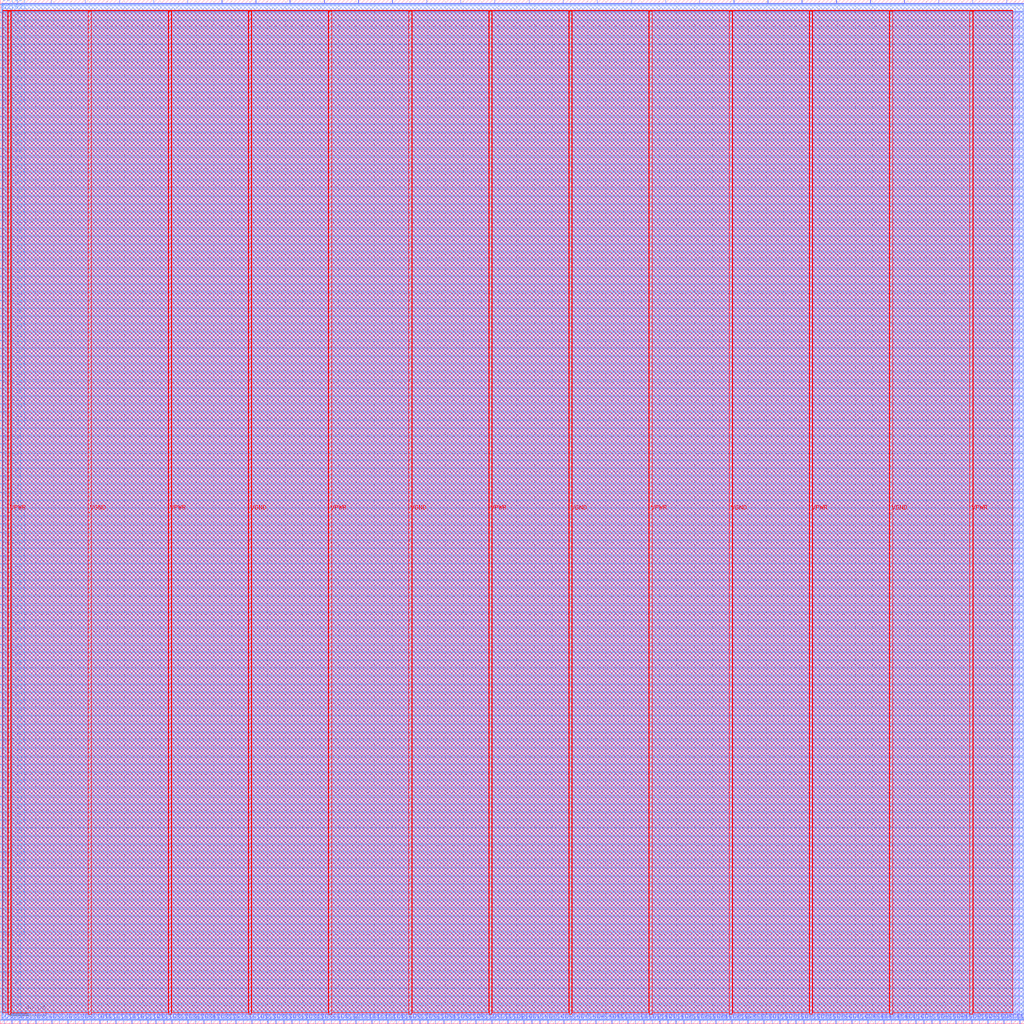
<source format=lef>
VERSION 5.7 ;
  NOWIREEXTENSIONATPIN ON ;
  DIVIDERCHAR "/" ;
  BUSBITCHARS "[]" ;
MACRO Microwatt_FP_DFFRFile
  CLASS BLOCK ;
  FOREIGN Microwatt_FP_DFFRFile ;
  ORIGIN 0.000 0.000 ;
  SIZE 1150.000 BY 1150.000 ;
  PIN CLK
    DIRECTION INPUT ;
    USE SIGNAL ;
    PORT
      LAYER met2 ;
        RECT 18.950 1146.000 19.230 1150.000 ;
    END
  END CLK
  PIN D1[0]
    DIRECTION OUTPUT TRISTATE ;
    USE SIGNAL ;
    PORT
      LAYER met3 ;
        RECT 0.000 4.120 4.000 4.720 ;
    END
  END D1[0]
  PIN D1[10]
    DIRECTION OUTPUT TRISTATE ;
    USE SIGNAL ;
    PORT
      LAYER met3 ;
        RECT 0.000 93.880 4.000 94.480 ;
    END
  END D1[10]
  PIN D1[11]
    DIRECTION OUTPUT TRISTATE ;
    USE SIGNAL ;
    PORT
      LAYER met3 ;
        RECT 0.000 102.720 4.000 103.320 ;
    END
  END D1[11]
  PIN D1[12]
    DIRECTION OUTPUT TRISTATE ;
    USE SIGNAL ;
    PORT
      LAYER met3 ;
        RECT 0.000 111.560 4.000 112.160 ;
    END
  END D1[12]
  PIN D1[13]
    DIRECTION OUTPUT TRISTATE ;
    USE SIGNAL ;
    PORT
      LAYER met3 ;
        RECT 0.000 120.400 4.000 121.000 ;
    END
  END D1[13]
  PIN D1[14]
    DIRECTION OUTPUT TRISTATE ;
    USE SIGNAL ;
    PORT
      LAYER met3 ;
        RECT 0.000 129.240 4.000 129.840 ;
    END
  END D1[14]
  PIN D1[15]
    DIRECTION OUTPUT TRISTATE ;
    USE SIGNAL ;
    PORT
      LAYER met3 ;
        RECT 0.000 138.760 4.000 139.360 ;
    END
  END D1[15]
  PIN D1[16]
    DIRECTION OUTPUT TRISTATE ;
    USE SIGNAL ;
    PORT
      LAYER met3 ;
        RECT 0.000 147.600 4.000 148.200 ;
    END
  END D1[16]
  PIN D1[17]
    DIRECTION OUTPUT TRISTATE ;
    USE SIGNAL ;
    PORT
      LAYER met3 ;
        RECT 0.000 156.440 4.000 157.040 ;
    END
  END D1[17]
  PIN D1[18]
    DIRECTION OUTPUT TRISTATE ;
    USE SIGNAL ;
    PORT
      LAYER met3 ;
        RECT 0.000 165.280 4.000 165.880 ;
    END
  END D1[18]
  PIN D1[19]
    DIRECTION OUTPUT TRISTATE ;
    USE SIGNAL ;
    PORT
      LAYER met3 ;
        RECT 0.000 174.800 4.000 175.400 ;
    END
  END D1[19]
  PIN D1[1]
    DIRECTION OUTPUT TRISTATE ;
    USE SIGNAL ;
    PORT
      LAYER met3 ;
        RECT 0.000 12.960 4.000 13.560 ;
    END
  END D1[1]
  PIN D1[20]
    DIRECTION OUTPUT TRISTATE ;
    USE SIGNAL ;
    PORT
      LAYER met3 ;
        RECT 0.000 183.640 4.000 184.240 ;
    END
  END D1[20]
  PIN D1[21]
    DIRECTION OUTPUT TRISTATE ;
    USE SIGNAL ;
    PORT
      LAYER met3 ;
        RECT 0.000 192.480 4.000 193.080 ;
    END
  END D1[21]
  PIN D1[22]
    DIRECTION OUTPUT TRISTATE ;
    USE SIGNAL ;
    PORT
      LAYER met3 ;
        RECT 0.000 201.320 4.000 201.920 ;
    END
  END D1[22]
  PIN D1[23]
    DIRECTION OUTPUT TRISTATE ;
    USE SIGNAL ;
    PORT
      LAYER met3 ;
        RECT 0.000 210.160 4.000 210.760 ;
    END
  END D1[23]
  PIN D1[24]
    DIRECTION OUTPUT TRISTATE ;
    USE SIGNAL ;
    PORT
      LAYER met3 ;
        RECT 0.000 219.680 4.000 220.280 ;
    END
  END D1[24]
  PIN D1[25]
    DIRECTION OUTPUT TRISTATE ;
    USE SIGNAL ;
    PORT
      LAYER met3 ;
        RECT 0.000 228.520 4.000 229.120 ;
    END
  END D1[25]
  PIN D1[26]
    DIRECTION OUTPUT TRISTATE ;
    USE SIGNAL ;
    PORT
      LAYER met3 ;
        RECT 0.000 237.360 4.000 237.960 ;
    END
  END D1[26]
  PIN D1[27]
    DIRECTION OUTPUT TRISTATE ;
    USE SIGNAL ;
    PORT
      LAYER met3 ;
        RECT 0.000 246.200 4.000 246.800 ;
    END
  END D1[27]
  PIN D1[28]
    DIRECTION OUTPUT TRISTATE ;
    USE SIGNAL ;
    PORT
      LAYER met3 ;
        RECT 0.000 255.040 4.000 255.640 ;
    END
  END D1[28]
  PIN D1[29]
    DIRECTION OUTPUT TRISTATE ;
    USE SIGNAL ;
    PORT
      LAYER met3 ;
        RECT 0.000 264.560 4.000 265.160 ;
    END
  END D1[29]
  PIN D1[2]
    DIRECTION OUTPUT TRISTATE ;
    USE SIGNAL ;
    PORT
      LAYER met3 ;
        RECT 0.000 21.800 4.000 22.400 ;
    END
  END D1[2]
  PIN D1[30]
    DIRECTION OUTPUT TRISTATE ;
    USE SIGNAL ;
    PORT
      LAYER met3 ;
        RECT 0.000 273.400 4.000 274.000 ;
    END
  END D1[30]
  PIN D1[31]
    DIRECTION OUTPUT TRISTATE ;
    USE SIGNAL ;
    PORT
      LAYER met3 ;
        RECT 0.000 282.240 4.000 282.840 ;
    END
  END D1[31]
  PIN D1[32]
    DIRECTION OUTPUT TRISTATE ;
    USE SIGNAL ;
    PORT
      LAYER met3 ;
        RECT 0.000 291.080 4.000 291.680 ;
    END
  END D1[32]
  PIN D1[33]
    DIRECTION OUTPUT TRISTATE ;
    USE SIGNAL ;
    PORT
      LAYER met3 ;
        RECT 0.000 299.920 4.000 300.520 ;
    END
  END D1[33]
  PIN D1[34]
    DIRECTION OUTPUT TRISTATE ;
    USE SIGNAL ;
    PORT
      LAYER met3 ;
        RECT 0.000 309.440 4.000 310.040 ;
    END
  END D1[34]
  PIN D1[35]
    DIRECTION OUTPUT TRISTATE ;
    USE SIGNAL ;
    PORT
      LAYER met3 ;
        RECT 0.000 318.280 4.000 318.880 ;
    END
  END D1[35]
  PIN D1[36]
    DIRECTION OUTPUT TRISTATE ;
    USE SIGNAL ;
    PORT
      LAYER met3 ;
        RECT 0.000 327.120 4.000 327.720 ;
    END
  END D1[36]
  PIN D1[37]
    DIRECTION OUTPUT TRISTATE ;
    USE SIGNAL ;
    PORT
      LAYER met3 ;
        RECT 0.000 335.960 4.000 336.560 ;
    END
  END D1[37]
  PIN D1[38]
    DIRECTION OUTPUT TRISTATE ;
    USE SIGNAL ;
    PORT
      LAYER met3 ;
        RECT 0.000 345.480 4.000 346.080 ;
    END
  END D1[38]
  PIN D1[39]
    DIRECTION OUTPUT TRISTATE ;
    USE SIGNAL ;
    PORT
      LAYER met3 ;
        RECT 0.000 354.320 4.000 354.920 ;
    END
  END D1[39]
  PIN D1[3]
    DIRECTION OUTPUT TRISTATE ;
    USE SIGNAL ;
    PORT
      LAYER met3 ;
        RECT 0.000 30.640 4.000 31.240 ;
    END
  END D1[3]
  PIN D1[40]
    DIRECTION OUTPUT TRISTATE ;
    USE SIGNAL ;
    PORT
      LAYER met3 ;
        RECT 0.000 363.160 4.000 363.760 ;
    END
  END D1[40]
  PIN D1[41]
    DIRECTION OUTPUT TRISTATE ;
    USE SIGNAL ;
    PORT
      LAYER met3 ;
        RECT 0.000 372.000 4.000 372.600 ;
    END
  END D1[41]
  PIN D1[42]
    DIRECTION OUTPUT TRISTATE ;
    USE SIGNAL ;
    PORT
      LAYER met3 ;
        RECT 0.000 380.840 4.000 381.440 ;
    END
  END D1[42]
  PIN D1[43]
    DIRECTION OUTPUT TRISTATE ;
    USE SIGNAL ;
    PORT
      LAYER met3 ;
        RECT 0.000 390.360 4.000 390.960 ;
    END
  END D1[43]
  PIN D1[44]
    DIRECTION OUTPUT TRISTATE ;
    USE SIGNAL ;
    PORT
      LAYER met3 ;
        RECT 0.000 399.200 4.000 399.800 ;
    END
  END D1[44]
  PIN D1[45]
    DIRECTION OUTPUT TRISTATE ;
    USE SIGNAL ;
    PORT
      LAYER met3 ;
        RECT 0.000 408.040 4.000 408.640 ;
    END
  END D1[45]
  PIN D1[46]
    DIRECTION OUTPUT TRISTATE ;
    USE SIGNAL ;
    PORT
      LAYER met3 ;
        RECT 0.000 416.880 4.000 417.480 ;
    END
  END D1[46]
  PIN D1[47]
    DIRECTION OUTPUT TRISTATE ;
    USE SIGNAL ;
    PORT
      LAYER met3 ;
        RECT 0.000 425.720 4.000 426.320 ;
    END
  END D1[47]
  PIN D1[48]
    DIRECTION OUTPUT TRISTATE ;
    USE SIGNAL ;
    PORT
      LAYER met3 ;
        RECT 0.000 435.240 4.000 435.840 ;
    END
  END D1[48]
  PIN D1[49]
    DIRECTION OUTPUT TRISTATE ;
    USE SIGNAL ;
    PORT
      LAYER met3 ;
        RECT 0.000 444.080 4.000 444.680 ;
    END
  END D1[49]
  PIN D1[4]
    DIRECTION OUTPUT TRISTATE ;
    USE SIGNAL ;
    PORT
      LAYER met3 ;
        RECT 0.000 39.480 4.000 40.080 ;
    END
  END D1[4]
  PIN D1[50]
    DIRECTION OUTPUT TRISTATE ;
    USE SIGNAL ;
    PORT
      LAYER met3 ;
        RECT 0.000 452.920 4.000 453.520 ;
    END
  END D1[50]
  PIN D1[51]
    DIRECTION OUTPUT TRISTATE ;
    USE SIGNAL ;
    PORT
      LAYER met3 ;
        RECT 0.000 461.760 4.000 462.360 ;
    END
  END D1[51]
  PIN D1[52]
    DIRECTION OUTPUT TRISTATE ;
    USE SIGNAL ;
    PORT
      LAYER met3 ;
        RECT 0.000 470.600 4.000 471.200 ;
    END
  END D1[52]
  PIN D1[53]
    DIRECTION OUTPUT TRISTATE ;
    USE SIGNAL ;
    PORT
      LAYER met3 ;
        RECT 0.000 480.120 4.000 480.720 ;
    END
  END D1[53]
  PIN D1[54]
    DIRECTION OUTPUT TRISTATE ;
    USE SIGNAL ;
    PORT
      LAYER met3 ;
        RECT 0.000 488.960 4.000 489.560 ;
    END
  END D1[54]
  PIN D1[55]
    DIRECTION OUTPUT TRISTATE ;
    USE SIGNAL ;
    PORT
      LAYER met3 ;
        RECT 0.000 497.800 4.000 498.400 ;
    END
  END D1[55]
  PIN D1[56]
    DIRECTION OUTPUT TRISTATE ;
    USE SIGNAL ;
    PORT
      LAYER met3 ;
        RECT 0.000 506.640 4.000 507.240 ;
    END
  END D1[56]
  PIN D1[57]
    DIRECTION OUTPUT TRISTATE ;
    USE SIGNAL ;
    PORT
      LAYER met3 ;
        RECT 0.000 516.160 4.000 516.760 ;
    END
  END D1[57]
  PIN D1[58]
    DIRECTION OUTPUT TRISTATE ;
    USE SIGNAL ;
    PORT
      LAYER met3 ;
        RECT 0.000 525.000 4.000 525.600 ;
    END
  END D1[58]
  PIN D1[59]
    DIRECTION OUTPUT TRISTATE ;
    USE SIGNAL ;
    PORT
      LAYER met3 ;
        RECT 0.000 533.840 4.000 534.440 ;
    END
  END D1[59]
  PIN D1[5]
    DIRECTION OUTPUT TRISTATE ;
    USE SIGNAL ;
    PORT
      LAYER met3 ;
        RECT 0.000 49.000 4.000 49.600 ;
    END
  END D1[5]
  PIN D1[60]
    DIRECTION OUTPUT TRISTATE ;
    USE SIGNAL ;
    PORT
      LAYER met3 ;
        RECT 0.000 542.680 4.000 543.280 ;
    END
  END D1[60]
  PIN D1[61]
    DIRECTION OUTPUT TRISTATE ;
    USE SIGNAL ;
    PORT
      LAYER met3 ;
        RECT 0.000 551.520 4.000 552.120 ;
    END
  END D1[61]
  PIN D1[62]
    DIRECTION OUTPUT TRISTATE ;
    USE SIGNAL ;
    PORT
      LAYER met3 ;
        RECT 0.000 561.040 4.000 561.640 ;
    END
  END D1[62]
  PIN D1[63]
    DIRECTION OUTPUT TRISTATE ;
    USE SIGNAL ;
    PORT
      LAYER met3 ;
        RECT 0.000 569.880 4.000 570.480 ;
    END
  END D1[63]
  PIN D1[6]
    DIRECTION OUTPUT TRISTATE ;
    USE SIGNAL ;
    PORT
      LAYER met3 ;
        RECT 0.000 57.840 4.000 58.440 ;
    END
  END D1[6]
  PIN D1[7]
    DIRECTION OUTPUT TRISTATE ;
    USE SIGNAL ;
    PORT
      LAYER met3 ;
        RECT 0.000 66.680 4.000 67.280 ;
    END
  END D1[7]
  PIN D1[8]
    DIRECTION OUTPUT TRISTATE ;
    USE SIGNAL ;
    PORT
      LAYER met3 ;
        RECT 0.000 75.520 4.000 76.120 ;
    END
  END D1[8]
  PIN D1[9]
    DIRECTION OUTPUT TRISTATE ;
    USE SIGNAL ;
    PORT
      LAYER met3 ;
        RECT 0.000 84.360 4.000 84.960 ;
    END
  END D1[9]
  PIN D2[0]
    DIRECTION OUTPUT TRISTATE ;
    USE SIGNAL ;
    PORT
      LAYER met3 ;
        RECT 0.000 578.720 4.000 579.320 ;
    END
  END D2[0]
  PIN D2[10]
    DIRECTION OUTPUT TRISTATE ;
    USE SIGNAL ;
    PORT
      LAYER met3 ;
        RECT 0.000 668.480 4.000 669.080 ;
    END
  END D2[10]
  PIN D2[11]
    DIRECTION OUTPUT TRISTATE ;
    USE SIGNAL ;
    PORT
      LAYER met3 ;
        RECT 0.000 677.320 4.000 677.920 ;
    END
  END D2[11]
  PIN D2[12]
    DIRECTION OUTPUT TRISTATE ;
    USE SIGNAL ;
    PORT
      LAYER met3 ;
        RECT 0.000 686.840 4.000 687.440 ;
    END
  END D2[12]
  PIN D2[13]
    DIRECTION OUTPUT TRISTATE ;
    USE SIGNAL ;
    PORT
      LAYER met3 ;
        RECT 0.000 695.680 4.000 696.280 ;
    END
  END D2[13]
  PIN D2[14]
    DIRECTION OUTPUT TRISTATE ;
    USE SIGNAL ;
    PORT
      LAYER met3 ;
        RECT 0.000 704.520 4.000 705.120 ;
    END
  END D2[14]
  PIN D2[15]
    DIRECTION OUTPUT TRISTATE ;
    USE SIGNAL ;
    PORT
      LAYER met3 ;
        RECT 0.000 713.360 4.000 713.960 ;
    END
  END D2[15]
  PIN D2[16]
    DIRECTION OUTPUT TRISTATE ;
    USE SIGNAL ;
    PORT
      LAYER met3 ;
        RECT 0.000 722.200 4.000 722.800 ;
    END
  END D2[16]
  PIN D2[17]
    DIRECTION OUTPUT TRISTATE ;
    USE SIGNAL ;
    PORT
      LAYER met3 ;
        RECT 0.000 731.720 4.000 732.320 ;
    END
  END D2[17]
  PIN D2[18]
    DIRECTION OUTPUT TRISTATE ;
    USE SIGNAL ;
    PORT
      LAYER met3 ;
        RECT 0.000 740.560 4.000 741.160 ;
    END
  END D2[18]
  PIN D2[19]
    DIRECTION OUTPUT TRISTATE ;
    USE SIGNAL ;
    PORT
      LAYER met3 ;
        RECT 0.000 749.400 4.000 750.000 ;
    END
  END D2[19]
  PIN D2[1]
    DIRECTION OUTPUT TRISTATE ;
    USE SIGNAL ;
    PORT
      LAYER met3 ;
        RECT 0.000 587.560 4.000 588.160 ;
    END
  END D2[1]
  PIN D2[20]
    DIRECTION OUTPUT TRISTATE ;
    USE SIGNAL ;
    PORT
      LAYER met3 ;
        RECT 0.000 758.240 4.000 758.840 ;
    END
  END D2[20]
  PIN D2[21]
    DIRECTION OUTPUT TRISTATE ;
    USE SIGNAL ;
    PORT
      LAYER met3 ;
        RECT 0.000 767.080 4.000 767.680 ;
    END
  END D2[21]
  PIN D2[22]
    DIRECTION OUTPUT TRISTATE ;
    USE SIGNAL ;
    PORT
      LAYER met3 ;
        RECT 0.000 776.600 4.000 777.200 ;
    END
  END D2[22]
  PIN D2[23]
    DIRECTION OUTPUT TRISTATE ;
    USE SIGNAL ;
    PORT
      LAYER met3 ;
        RECT 0.000 785.440 4.000 786.040 ;
    END
  END D2[23]
  PIN D2[24]
    DIRECTION OUTPUT TRISTATE ;
    USE SIGNAL ;
    PORT
      LAYER met3 ;
        RECT 0.000 794.280 4.000 794.880 ;
    END
  END D2[24]
  PIN D2[25]
    DIRECTION OUTPUT TRISTATE ;
    USE SIGNAL ;
    PORT
      LAYER met3 ;
        RECT 0.000 803.120 4.000 803.720 ;
    END
  END D2[25]
  PIN D2[26]
    DIRECTION OUTPUT TRISTATE ;
    USE SIGNAL ;
    PORT
      LAYER met3 ;
        RECT 0.000 811.960 4.000 812.560 ;
    END
  END D2[26]
  PIN D2[27]
    DIRECTION OUTPUT TRISTATE ;
    USE SIGNAL ;
    PORT
      LAYER met3 ;
        RECT 0.000 821.480 4.000 822.080 ;
    END
  END D2[27]
  PIN D2[28]
    DIRECTION OUTPUT TRISTATE ;
    USE SIGNAL ;
    PORT
      LAYER met3 ;
        RECT 0.000 830.320 4.000 830.920 ;
    END
  END D2[28]
  PIN D2[29]
    DIRECTION OUTPUT TRISTATE ;
    USE SIGNAL ;
    PORT
      LAYER met3 ;
        RECT 0.000 839.160 4.000 839.760 ;
    END
  END D2[29]
  PIN D2[2]
    DIRECTION OUTPUT TRISTATE ;
    USE SIGNAL ;
    PORT
      LAYER met3 ;
        RECT 0.000 596.400 4.000 597.000 ;
    END
  END D2[2]
  PIN D2[30]
    DIRECTION OUTPUT TRISTATE ;
    USE SIGNAL ;
    PORT
      LAYER met3 ;
        RECT 0.000 848.000 4.000 848.600 ;
    END
  END D2[30]
  PIN D2[31]
    DIRECTION OUTPUT TRISTATE ;
    USE SIGNAL ;
    PORT
      LAYER met3 ;
        RECT 0.000 857.520 4.000 858.120 ;
    END
  END D2[31]
  PIN D2[32]
    DIRECTION OUTPUT TRISTATE ;
    USE SIGNAL ;
    PORT
      LAYER met3 ;
        RECT 0.000 866.360 4.000 866.960 ;
    END
  END D2[32]
  PIN D2[33]
    DIRECTION OUTPUT TRISTATE ;
    USE SIGNAL ;
    PORT
      LAYER met3 ;
        RECT 0.000 875.200 4.000 875.800 ;
    END
  END D2[33]
  PIN D2[34]
    DIRECTION OUTPUT TRISTATE ;
    USE SIGNAL ;
    PORT
      LAYER met3 ;
        RECT 0.000 884.040 4.000 884.640 ;
    END
  END D2[34]
  PIN D2[35]
    DIRECTION OUTPUT TRISTATE ;
    USE SIGNAL ;
    PORT
      LAYER met3 ;
        RECT 0.000 892.880 4.000 893.480 ;
    END
  END D2[35]
  PIN D2[36]
    DIRECTION OUTPUT TRISTATE ;
    USE SIGNAL ;
    PORT
      LAYER met3 ;
        RECT 0.000 902.400 4.000 903.000 ;
    END
  END D2[36]
  PIN D2[37]
    DIRECTION OUTPUT TRISTATE ;
    USE SIGNAL ;
    PORT
      LAYER met3 ;
        RECT 0.000 911.240 4.000 911.840 ;
    END
  END D2[37]
  PIN D2[38]
    DIRECTION OUTPUT TRISTATE ;
    USE SIGNAL ;
    PORT
      LAYER met3 ;
        RECT 0.000 920.080 4.000 920.680 ;
    END
  END D2[38]
  PIN D2[39]
    DIRECTION OUTPUT TRISTATE ;
    USE SIGNAL ;
    PORT
      LAYER met3 ;
        RECT 0.000 928.920 4.000 929.520 ;
    END
  END D2[39]
  PIN D2[3]
    DIRECTION OUTPUT TRISTATE ;
    USE SIGNAL ;
    PORT
      LAYER met3 ;
        RECT 0.000 605.920 4.000 606.520 ;
    END
  END D2[3]
  PIN D2[40]
    DIRECTION OUTPUT TRISTATE ;
    USE SIGNAL ;
    PORT
      LAYER met3 ;
        RECT 0.000 937.760 4.000 938.360 ;
    END
  END D2[40]
  PIN D2[41]
    DIRECTION OUTPUT TRISTATE ;
    USE SIGNAL ;
    PORT
      LAYER met3 ;
        RECT 0.000 947.280 4.000 947.880 ;
    END
  END D2[41]
  PIN D2[42]
    DIRECTION OUTPUT TRISTATE ;
    USE SIGNAL ;
    PORT
      LAYER met3 ;
        RECT 0.000 956.120 4.000 956.720 ;
    END
  END D2[42]
  PIN D2[43]
    DIRECTION OUTPUT TRISTATE ;
    USE SIGNAL ;
    PORT
      LAYER met3 ;
        RECT 0.000 964.960 4.000 965.560 ;
    END
  END D2[43]
  PIN D2[44]
    DIRECTION OUTPUT TRISTATE ;
    USE SIGNAL ;
    PORT
      LAYER met3 ;
        RECT 0.000 973.800 4.000 974.400 ;
    END
  END D2[44]
  PIN D2[45]
    DIRECTION OUTPUT TRISTATE ;
    USE SIGNAL ;
    PORT
      LAYER met3 ;
        RECT 0.000 982.640 4.000 983.240 ;
    END
  END D2[45]
  PIN D2[46]
    DIRECTION OUTPUT TRISTATE ;
    USE SIGNAL ;
    PORT
      LAYER met3 ;
        RECT 0.000 992.160 4.000 992.760 ;
    END
  END D2[46]
  PIN D2[47]
    DIRECTION OUTPUT TRISTATE ;
    USE SIGNAL ;
    PORT
      LAYER met3 ;
        RECT 0.000 1001.000 4.000 1001.600 ;
    END
  END D2[47]
  PIN D2[48]
    DIRECTION OUTPUT TRISTATE ;
    USE SIGNAL ;
    PORT
      LAYER met3 ;
        RECT 0.000 1009.840 4.000 1010.440 ;
    END
  END D2[48]
  PIN D2[49]
    DIRECTION OUTPUT TRISTATE ;
    USE SIGNAL ;
    PORT
      LAYER met3 ;
        RECT 0.000 1018.680 4.000 1019.280 ;
    END
  END D2[49]
  PIN D2[4]
    DIRECTION OUTPUT TRISTATE ;
    USE SIGNAL ;
    PORT
      LAYER met3 ;
        RECT 0.000 614.760 4.000 615.360 ;
    END
  END D2[4]
  PIN D2[50]
    DIRECTION OUTPUT TRISTATE ;
    USE SIGNAL ;
    PORT
      LAYER met3 ;
        RECT 0.000 1028.200 4.000 1028.800 ;
    END
  END D2[50]
  PIN D2[51]
    DIRECTION OUTPUT TRISTATE ;
    USE SIGNAL ;
    PORT
      LAYER met3 ;
        RECT 0.000 1037.040 4.000 1037.640 ;
    END
  END D2[51]
  PIN D2[52]
    DIRECTION OUTPUT TRISTATE ;
    USE SIGNAL ;
    PORT
      LAYER met3 ;
        RECT 0.000 1045.880 4.000 1046.480 ;
    END
  END D2[52]
  PIN D2[53]
    DIRECTION OUTPUT TRISTATE ;
    USE SIGNAL ;
    PORT
      LAYER met3 ;
        RECT 0.000 1054.720 4.000 1055.320 ;
    END
  END D2[53]
  PIN D2[54]
    DIRECTION OUTPUT TRISTATE ;
    USE SIGNAL ;
    PORT
      LAYER met3 ;
        RECT 0.000 1063.560 4.000 1064.160 ;
    END
  END D2[54]
  PIN D2[55]
    DIRECTION OUTPUT TRISTATE ;
    USE SIGNAL ;
    PORT
      LAYER met3 ;
        RECT 0.000 1073.080 4.000 1073.680 ;
    END
  END D2[55]
  PIN D2[56]
    DIRECTION OUTPUT TRISTATE ;
    USE SIGNAL ;
    PORT
      LAYER met3 ;
        RECT 0.000 1081.920 4.000 1082.520 ;
    END
  END D2[56]
  PIN D2[57]
    DIRECTION OUTPUT TRISTATE ;
    USE SIGNAL ;
    PORT
      LAYER met3 ;
        RECT 0.000 1090.760 4.000 1091.360 ;
    END
  END D2[57]
  PIN D2[58]
    DIRECTION OUTPUT TRISTATE ;
    USE SIGNAL ;
    PORT
      LAYER met3 ;
        RECT 0.000 1099.600 4.000 1100.200 ;
    END
  END D2[58]
  PIN D2[59]
    DIRECTION OUTPUT TRISTATE ;
    USE SIGNAL ;
    PORT
      LAYER met3 ;
        RECT 0.000 1108.440 4.000 1109.040 ;
    END
  END D2[59]
  PIN D2[5]
    DIRECTION OUTPUT TRISTATE ;
    USE SIGNAL ;
    PORT
      LAYER met3 ;
        RECT 0.000 623.600 4.000 624.200 ;
    END
  END D2[5]
  PIN D2[60]
    DIRECTION OUTPUT TRISTATE ;
    USE SIGNAL ;
    PORT
      LAYER met3 ;
        RECT 0.000 1117.960 4.000 1118.560 ;
    END
  END D2[60]
  PIN D2[61]
    DIRECTION OUTPUT TRISTATE ;
    USE SIGNAL ;
    PORT
      LAYER met3 ;
        RECT 0.000 1126.800 4.000 1127.400 ;
    END
  END D2[61]
  PIN D2[62]
    DIRECTION OUTPUT TRISTATE ;
    USE SIGNAL ;
    PORT
      LAYER met3 ;
        RECT 0.000 1135.640 4.000 1136.240 ;
    END
  END D2[62]
  PIN D2[63]
    DIRECTION OUTPUT TRISTATE ;
    USE SIGNAL ;
    PORT
      LAYER met3 ;
        RECT 0.000 1144.480 4.000 1145.080 ;
    END
  END D2[63]
  PIN D2[6]
    DIRECTION OUTPUT TRISTATE ;
    USE SIGNAL ;
    PORT
      LAYER met3 ;
        RECT 0.000 632.440 4.000 633.040 ;
    END
  END D2[6]
  PIN D2[7]
    DIRECTION OUTPUT TRISTATE ;
    USE SIGNAL ;
    PORT
      LAYER met3 ;
        RECT 0.000 641.280 4.000 641.880 ;
    END
  END D2[7]
  PIN D2[8]
    DIRECTION OUTPUT TRISTATE ;
    USE SIGNAL ;
    PORT
      LAYER met3 ;
        RECT 0.000 650.800 4.000 651.400 ;
    END
  END D2[8]
  PIN D2[9]
    DIRECTION OUTPUT TRISTATE ;
    USE SIGNAL ;
    PORT
      LAYER met3 ;
        RECT 0.000 659.640 4.000 660.240 ;
    END
  END D2[9]
  PIN D3[0]
    DIRECTION OUTPUT TRISTATE ;
    USE SIGNAL ;
    PORT
      LAYER met2 ;
        RECT 4.230 0.000 4.510 4.000 ;
    END
  END D3[0]
  PIN D3[10]
    DIRECTION OUTPUT TRISTATE ;
    USE SIGNAL ;
    PORT
      LAYER met2 ;
        RECT 93.930 0.000 94.210 4.000 ;
    END
  END D3[10]
  PIN D3[11]
    DIRECTION OUTPUT TRISTATE ;
    USE SIGNAL ;
    PORT
      LAYER met2 ;
        RECT 102.670 0.000 102.950 4.000 ;
    END
  END D3[11]
  PIN D3[12]
    DIRECTION OUTPUT TRISTATE ;
    USE SIGNAL ;
    PORT
      LAYER met2 ;
        RECT 111.870 0.000 112.150 4.000 ;
    END
  END D3[12]
  PIN D3[13]
    DIRECTION OUTPUT TRISTATE ;
    USE SIGNAL ;
    PORT
      LAYER met2 ;
        RECT 120.610 0.000 120.890 4.000 ;
    END
  END D3[13]
  PIN D3[14]
    DIRECTION OUTPUT TRISTATE ;
    USE SIGNAL ;
    PORT
      LAYER met2 ;
        RECT 129.810 0.000 130.090 4.000 ;
    END
  END D3[14]
  PIN D3[15]
    DIRECTION OUTPUT TRISTATE ;
    USE SIGNAL ;
    PORT
      LAYER met2 ;
        RECT 138.550 0.000 138.830 4.000 ;
    END
  END D3[15]
  PIN D3[16]
    DIRECTION OUTPUT TRISTATE ;
    USE SIGNAL ;
    PORT
      LAYER met2 ;
        RECT 147.750 0.000 148.030 4.000 ;
    END
  END D3[16]
  PIN D3[17]
    DIRECTION OUTPUT TRISTATE ;
    USE SIGNAL ;
    PORT
      LAYER met2 ;
        RECT 156.950 0.000 157.230 4.000 ;
    END
  END D3[17]
  PIN D3[18]
    DIRECTION OUTPUT TRISTATE ;
    USE SIGNAL ;
    PORT
      LAYER met2 ;
        RECT 165.690 0.000 165.970 4.000 ;
    END
  END D3[18]
  PIN D3[19]
    DIRECTION OUTPUT TRISTATE ;
    USE SIGNAL ;
    PORT
      LAYER met2 ;
        RECT 174.890 0.000 175.170 4.000 ;
    END
  END D3[19]
  PIN D3[1]
    DIRECTION OUTPUT TRISTATE ;
    USE SIGNAL ;
    PORT
      LAYER met2 ;
        RECT 12.970 0.000 13.250 4.000 ;
    END
  END D3[1]
  PIN D3[20]
    DIRECTION OUTPUT TRISTATE ;
    USE SIGNAL ;
    PORT
      LAYER met2 ;
        RECT 183.630 0.000 183.910 4.000 ;
    END
  END D3[20]
  PIN D3[21]
    DIRECTION OUTPUT TRISTATE ;
    USE SIGNAL ;
    PORT
      LAYER met2 ;
        RECT 192.830 0.000 193.110 4.000 ;
    END
  END D3[21]
  PIN D3[22]
    DIRECTION OUTPUT TRISTATE ;
    USE SIGNAL ;
    PORT
      LAYER met2 ;
        RECT 201.570 0.000 201.850 4.000 ;
    END
  END D3[22]
  PIN D3[23]
    DIRECTION OUTPUT TRISTATE ;
    USE SIGNAL ;
    PORT
      LAYER met2 ;
        RECT 210.770 0.000 211.050 4.000 ;
    END
  END D3[23]
  PIN D3[24]
    DIRECTION OUTPUT TRISTATE ;
    USE SIGNAL ;
    PORT
      LAYER met2 ;
        RECT 219.510 0.000 219.790 4.000 ;
    END
  END D3[24]
  PIN D3[25]
    DIRECTION OUTPUT TRISTATE ;
    USE SIGNAL ;
    PORT
      LAYER met2 ;
        RECT 228.710 0.000 228.990 4.000 ;
    END
  END D3[25]
  PIN D3[26]
    DIRECTION OUTPUT TRISTATE ;
    USE SIGNAL ;
    PORT
      LAYER met2 ;
        RECT 237.450 0.000 237.730 4.000 ;
    END
  END D3[26]
  PIN D3[27]
    DIRECTION OUTPUT TRISTATE ;
    USE SIGNAL ;
    PORT
      LAYER met2 ;
        RECT 246.650 0.000 246.930 4.000 ;
    END
  END D3[27]
  PIN D3[28]
    DIRECTION OUTPUT TRISTATE ;
    USE SIGNAL ;
    PORT
      LAYER met2 ;
        RECT 255.390 0.000 255.670 4.000 ;
    END
  END D3[28]
  PIN D3[29]
    DIRECTION OUTPUT TRISTATE ;
    USE SIGNAL ;
    PORT
      LAYER met2 ;
        RECT 264.590 0.000 264.870 4.000 ;
    END
  END D3[29]
  PIN D3[2]
    DIRECTION OUTPUT TRISTATE ;
    USE SIGNAL ;
    PORT
      LAYER met2 ;
        RECT 22.170 0.000 22.450 4.000 ;
    END
  END D3[2]
  PIN D3[30]
    DIRECTION OUTPUT TRISTATE ;
    USE SIGNAL ;
    PORT
      LAYER met2 ;
        RECT 273.330 0.000 273.610 4.000 ;
    END
  END D3[30]
  PIN D3[31]
    DIRECTION OUTPUT TRISTATE ;
    USE SIGNAL ;
    PORT
      LAYER met2 ;
        RECT 282.530 0.000 282.810 4.000 ;
    END
  END D3[31]
  PIN D3[32]
    DIRECTION OUTPUT TRISTATE ;
    USE SIGNAL ;
    PORT
      LAYER met2 ;
        RECT 291.730 0.000 292.010 4.000 ;
    END
  END D3[32]
  PIN D3[33]
    DIRECTION OUTPUT TRISTATE ;
    USE SIGNAL ;
    PORT
      LAYER met2 ;
        RECT 300.470 0.000 300.750 4.000 ;
    END
  END D3[33]
  PIN D3[34]
    DIRECTION OUTPUT TRISTATE ;
    USE SIGNAL ;
    PORT
      LAYER met2 ;
        RECT 309.670 0.000 309.950 4.000 ;
    END
  END D3[34]
  PIN D3[35]
    DIRECTION OUTPUT TRISTATE ;
    USE SIGNAL ;
    PORT
      LAYER met2 ;
        RECT 318.410 0.000 318.690 4.000 ;
    END
  END D3[35]
  PIN D3[36]
    DIRECTION OUTPUT TRISTATE ;
    USE SIGNAL ;
    PORT
      LAYER met2 ;
        RECT 327.610 0.000 327.890 4.000 ;
    END
  END D3[36]
  PIN D3[37]
    DIRECTION OUTPUT TRISTATE ;
    USE SIGNAL ;
    PORT
      LAYER met2 ;
        RECT 336.350 0.000 336.630 4.000 ;
    END
  END D3[37]
  PIN D3[38]
    DIRECTION OUTPUT TRISTATE ;
    USE SIGNAL ;
    PORT
      LAYER met2 ;
        RECT 345.550 0.000 345.830 4.000 ;
    END
  END D3[38]
  PIN D3[39]
    DIRECTION OUTPUT TRISTATE ;
    USE SIGNAL ;
    PORT
      LAYER met2 ;
        RECT 354.290 0.000 354.570 4.000 ;
    END
  END D3[39]
  PIN D3[3]
    DIRECTION OUTPUT TRISTATE ;
    USE SIGNAL ;
    PORT
      LAYER met2 ;
        RECT 30.910 0.000 31.190 4.000 ;
    END
  END D3[3]
  PIN D3[40]
    DIRECTION OUTPUT TRISTATE ;
    USE SIGNAL ;
    PORT
      LAYER met2 ;
        RECT 363.490 0.000 363.770 4.000 ;
    END
  END D3[40]
  PIN D3[41]
    DIRECTION OUTPUT TRISTATE ;
    USE SIGNAL ;
    PORT
      LAYER met2 ;
        RECT 372.230 0.000 372.510 4.000 ;
    END
  END D3[41]
  PIN D3[42]
    DIRECTION OUTPUT TRISTATE ;
    USE SIGNAL ;
    PORT
      LAYER met2 ;
        RECT 381.430 0.000 381.710 4.000 ;
    END
  END D3[42]
  PIN D3[43]
    DIRECTION OUTPUT TRISTATE ;
    USE SIGNAL ;
    PORT
      LAYER met2 ;
        RECT 390.170 0.000 390.450 4.000 ;
    END
  END D3[43]
  PIN D3[44]
    DIRECTION OUTPUT TRISTATE ;
    USE SIGNAL ;
    PORT
      LAYER met2 ;
        RECT 399.370 0.000 399.650 4.000 ;
    END
  END D3[44]
  PIN D3[45]
    DIRECTION OUTPUT TRISTATE ;
    USE SIGNAL ;
    PORT
      LAYER met2 ;
        RECT 408.110 0.000 408.390 4.000 ;
    END
  END D3[45]
  PIN D3[46]
    DIRECTION OUTPUT TRISTATE ;
    USE SIGNAL ;
    PORT
      LAYER met2 ;
        RECT 417.310 0.000 417.590 4.000 ;
    END
  END D3[46]
  PIN D3[47]
    DIRECTION OUTPUT TRISTATE ;
    USE SIGNAL ;
    PORT
      LAYER met2 ;
        RECT 426.050 0.000 426.330 4.000 ;
    END
  END D3[47]
  PIN D3[48]
    DIRECTION OUTPUT TRISTATE ;
    USE SIGNAL ;
    PORT
      LAYER met2 ;
        RECT 435.250 0.000 435.530 4.000 ;
    END
  END D3[48]
  PIN D3[49]
    DIRECTION OUTPUT TRISTATE ;
    USE SIGNAL ;
    PORT
      LAYER met2 ;
        RECT 444.450 0.000 444.730 4.000 ;
    END
  END D3[49]
  PIN D3[4]
    DIRECTION OUTPUT TRISTATE ;
    USE SIGNAL ;
    PORT
      LAYER met2 ;
        RECT 40.110 0.000 40.390 4.000 ;
    END
  END D3[4]
  PIN D3[50]
    DIRECTION OUTPUT TRISTATE ;
    USE SIGNAL ;
    PORT
      LAYER met2 ;
        RECT 453.190 0.000 453.470 4.000 ;
    END
  END D3[50]
  PIN D3[51]
    DIRECTION OUTPUT TRISTATE ;
    USE SIGNAL ;
    PORT
      LAYER met2 ;
        RECT 462.390 0.000 462.670 4.000 ;
    END
  END D3[51]
  PIN D3[52]
    DIRECTION OUTPUT TRISTATE ;
    USE SIGNAL ;
    PORT
      LAYER met2 ;
        RECT 471.130 0.000 471.410 4.000 ;
    END
  END D3[52]
  PIN D3[53]
    DIRECTION OUTPUT TRISTATE ;
    USE SIGNAL ;
    PORT
      LAYER met2 ;
        RECT 480.330 0.000 480.610 4.000 ;
    END
  END D3[53]
  PIN D3[54]
    DIRECTION OUTPUT TRISTATE ;
    USE SIGNAL ;
    PORT
      LAYER met2 ;
        RECT 489.070 0.000 489.350 4.000 ;
    END
  END D3[54]
  PIN D3[55]
    DIRECTION OUTPUT TRISTATE ;
    USE SIGNAL ;
    PORT
      LAYER met2 ;
        RECT 498.270 0.000 498.550 4.000 ;
    END
  END D3[55]
  PIN D3[56]
    DIRECTION OUTPUT TRISTATE ;
    USE SIGNAL ;
    PORT
      LAYER met2 ;
        RECT 507.010 0.000 507.290 4.000 ;
    END
  END D3[56]
  PIN D3[57]
    DIRECTION OUTPUT TRISTATE ;
    USE SIGNAL ;
    PORT
      LAYER met2 ;
        RECT 516.210 0.000 516.490 4.000 ;
    END
  END D3[57]
  PIN D3[58]
    DIRECTION OUTPUT TRISTATE ;
    USE SIGNAL ;
    PORT
      LAYER met2 ;
        RECT 524.950 0.000 525.230 4.000 ;
    END
  END D3[58]
  PIN D3[59]
    DIRECTION OUTPUT TRISTATE ;
    USE SIGNAL ;
    PORT
      LAYER met2 ;
        RECT 534.150 0.000 534.430 4.000 ;
    END
  END D3[59]
  PIN D3[5]
    DIRECTION OUTPUT TRISTATE ;
    USE SIGNAL ;
    PORT
      LAYER met2 ;
        RECT 48.850 0.000 49.130 4.000 ;
    END
  END D3[5]
  PIN D3[60]
    DIRECTION OUTPUT TRISTATE ;
    USE SIGNAL ;
    PORT
      LAYER met2 ;
        RECT 542.890 0.000 543.170 4.000 ;
    END
  END D3[60]
  PIN D3[61]
    DIRECTION OUTPUT TRISTATE ;
    USE SIGNAL ;
    PORT
      LAYER met2 ;
        RECT 552.090 0.000 552.370 4.000 ;
    END
  END D3[61]
  PIN D3[62]
    DIRECTION OUTPUT TRISTATE ;
    USE SIGNAL ;
    PORT
      LAYER met2 ;
        RECT 560.830 0.000 561.110 4.000 ;
    END
  END D3[62]
  PIN D3[63]
    DIRECTION OUTPUT TRISTATE ;
    USE SIGNAL ;
    PORT
      LAYER met2 ;
        RECT 570.030 0.000 570.310 4.000 ;
    END
  END D3[63]
  PIN D3[6]
    DIRECTION OUTPUT TRISTATE ;
    USE SIGNAL ;
    PORT
      LAYER met2 ;
        RECT 58.050 0.000 58.330 4.000 ;
    END
  END D3[6]
  PIN D3[7]
    DIRECTION OUTPUT TRISTATE ;
    USE SIGNAL ;
    PORT
      LAYER met2 ;
        RECT 66.790 0.000 67.070 4.000 ;
    END
  END D3[7]
  PIN D3[8]
    DIRECTION OUTPUT TRISTATE ;
    USE SIGNAL ;
    PORT
      LAYER met2 ;
        RECT 75.990 0.000 76.270 4.000 ;
    END
  END D3[8]
  PIN D3[9]
    DIRECTION OUTPUT TRISTATE ;
    USE SIGNAL ;
    PORT
      LAYER met2 ;
        RECT 84.730 0.000 85.010 4.000 ;
    END
  END D3[9]
  PIN DW[0]
    DIRECTION INPUT ;
    USE SIGNAL ;
    PORT
      LAYER met2 ;
        RECT 579.230 0.000 579.510 4.000 ;
    END
  END DW[0]
  PIN DW[10]
    DIRECTION INPUT ;
    USE SIGNAL ;
    PORT
      LAYER met2 ;
        RECT 668.930 0.000 669.210 4.000 ;
    END
  END DW[10]
  PIN DW[11]
    DIRECTION INPUT ;
    USE SIGNAL ;
    PORT
      LAYER met2 ;
        RECT 677.670 0.000 677.950 4.000 ;
    END
  END DW[11]
  PIN DW[12]
    DIRECTION INPUT ;
    USE SIGNAL ;
    PORT
      LAYER met2 ;
        RECT 686.870 0.000 687.150 4.000 ;
    END
  END DW[12]
  PIN DW[13]
    DIRECTION INPUT ;
    USE SIGNAL ;
    PORT
      LAYER met2 ;
        RECT 695.610 0.000 695.890 4.000 ;
    END
  END DW[13]
  PIN DW[14]
    DIRECTION INPUT ;
    USE SIGNAL ;
    PORT
      LAYER met2 ;
        RECT 704.810 0.000 705.090 4.000 ;
    END
  END DW[14]
  PIN DW[15]
    DIRECTION INPUT ;
    USE SIGNAL ;
    PORT
      LAYER met2 ;
        RECT 713.550 0.000 713.830 4.000 ;
    END
  END DW[15]
  PIN DW[16]
    DIRECTION INPUT ;
    USE SIGNAL ;
    PORT
      LAYER met2 ;
        RECT 722.750 0.000 723.030 4.000 ;
    END
  END DW[16]
  PIN DW[17]
    DIRECTION INPUT ;
    USE SIGNAL ;
    PORT
      LAYER met2 ;
        RECT 731.950 0.000 732.230 4.000 ;
    END
  END DW[17]
  PIN DW[18]
    DIRECTION INPUT ;
    USE SIGNAL ;
    PORT
      LAYER met2 ;
        RECT 740.690 0.000 740.970 4.000 ;
    END
  END DW[18]
  PIN DW[19]
    DIRECTION INPUT ;
    USE SIGNAL ;
    PORT
      LAYER met2 ;
        RECT 749.890 0.000 750.170 4.000 ;
    END
  END DW[19]
  PIN DW[1]
    DIRECTION INPUT ;
    USE SIGNAL ;
    PORT
      LAYER met2 ;
        RECT 587.970 0.000 588.250 4.000 ;
    END
  END DW[1]
  PIN DW[20]
    DIRECTION INPUT ;
    USE SIGNAL ;
    PORT
      LAYER met2 ;
        RECT 758.630 0.000 758.910 4.000 ;
    END
  END DW[20]
  PIN DW[21]
    DIRECTION INPUT ;
    USE SIGNAL ;
    PORT
      LAYER met2 ;
        RECT 767.830 0.000 768.110 4.000 ;
    END
  END DW[21]
  PIN DW[22]
    DIRECTION INPUT ;
    USE SIGNAL ;
    PORT
      LAYER met2 ;
        RECT 776.570 0.000 776.850 4.000 ;
    END
  END DW[22]
  PIN DW[23]
    DIRECTION INPUT ;
    USE SIGNAL ;
    PORT
      LAYER met2 ;
        RECT 785.770 0.000 786.050 4.000 ;
    END
  END DW[23]
  PIN DW[24]
    DIRECTION INPUT ;
    USE SIGNAL ;
    PORT
      LAYER met2 ;
        RECT 794.510 0.000 794.790 4.000 ;
    END
  END DW[24]
  PIN DW[25]
    DIRECTION INPUT ;
    USE SIGNAL ;
    PORT
      LAYER met2 ;
        RECT 803.710 0.000 803.990 4.000 ;
    END
  END DW[25]
  PIN DW[26]
    DIRECTION INPUT ;
    USE SIGNAL ;
    PORT
      LAYER met2 ;
        RECT 812.450 0.000 812.730 4.000 ;
    END
  END DW[26]
  PIN DW[27]
    DIRECTION INPUT ;
    USE SIGNAL ;
    PORT
      LAYER met2 ;
        RECT 821.650 0.000 821.930 4.000 ;
    END
  END DW[27]
  PIN DW[28]
    DIRECTION INPUT ;
    USE SIGNAL ;
    PORT
      LAYER met2 ;
        RECT 830.390 0.000 830.670 4.000 ;
    END
  END DW[28]
  PIN DW[29]
    DIRECTION INPUT ;
    USE SIGNAL ;
    PORT
      LAYER met2 ;
        RECT 839.590 0.000 839.870 4.000 ;
    END
  END DW[29]
  PIN DW[2]
    DIRECTION INPUT ;
    USE SIGNAL ;
    PORT
      LAYER met2 ;
        RECT 597.170 0.000 597.450 4.000 ;
    END
  END DW[2]
  PIN DW[30]
    DIRECTION INPUT ;
    USE SIGNAL ;
    PORT
      LAYER met2 ;
        RECT 848.330 0.000 848.610 4.000 ;
    END
  END DW[30]
  PIN DW[31]
    DIRECTION INPUT ;
    USE SIGNAL ;
    PORT
      LAYER met2 ;
        RECT 857.530 0.000 857.810 4.000 ;
    END
  END DW[31]
  PIN DW[32]
    DIRECTION INPUT ;
    USE SIGNAL ;
    PORT
      LAYER met2 ;
        RECT 866.730 0.000 867.010 4.000 ;
    END
  END DW[32]
  PIN DW[33]
    DIRECTION INPUT ;
    USE SIGNAL ;
    PORT
      LAYER met2 ;
        RECT 875.470 0.000 875.750 4.000 ;
    END
  END DW[33]
  PIN DW[34]
    DIRECTION INPUT ;
    USE SIGNAL ;
    PORT
      LAYER met2 ;
        RECT 884.670 0.000 884.950 4.000 ;
    END
  END DW[34]
  PIN DW[35]
    DIRECTION INPUT ;
    USE SIGNAL ;
    PORT
      LAYER met2 ;
        RECT 893.410 0.000 893.690 4.000 ;
    END
  END DW[35]
  PIN DW[36]
    DIRECTION INPUT ;
    USE SIGNAL ;
    PORT
      LAYER met2 ;
        RECT 902.610 0.000 902.890 4.000 ;
    END
  END DW[36]
  PIN DW[37]
    DIRECTION INPUT ;
    USE SIGNAL ;
    PORT
      LAYER met2 ;
        RECT 911.350 0.000 911.630 4.000 ;
    END
  END DW[37]
  PIN DW[38]
    DIRECTION INPUT ;
    USE SIGNAL ;
    PORT
      LAYER met2 ;
        RECT 920.550 0.000 920.830 4.000 ;
    END
  END DW[38]
  PIN DW[39]
    DIRECTION INPUT ;
    USE SIGNAL ;
    PORT
      LAYER met2 ;
        RECT 929.290 0.000 929.570 4.000 ;
    END
  END DW[39]
  PIN DW[3]
    DIRECTION INPUT ;
    USE SIGNAL ;
    PORT
      LAYER met2 ;
        RECT 605.910 0.000 606.190 4.000 ;
    END
  END DW[3]
  PIN DW[40]
    DIRECTION INPUT ;
    USE SIGNAL ;
    PORT
      LAYER met2 ;
        RECT 938.490 0.000 938.770 4.000 ;
    END
  END DW[40]
  PIN DW[41]
    DIRECTION INPUT ;
    USE SIGNAL ;
    PORT
      LAYER met2 ;
        RECT 947.230 0.000 947.510 4.000 ;
    END
  END DW[41]
  PIN DW[42]
    DIRECTION INPUT ;
    USE SIGNAL ;
    PORT
      LAYER met2 ;
        RECT 956.430 0.000 956.710 4.000 ;
    END
  END DW[42]
  PIN DW[43]
    DIRECTION INPUT ;
    USE SIGNAL ;
    PORT
      LAYER met2 ;
        RECT 965.170 0.000 965.450 4.000 ;
    END
  END DW[43]
  PIN DW[44]
    DIRECTION INPUT ;
    USE SIGNAL ;
    PORT
      LAYER met2 ;
        RECT 974.370 0.000 974.650 4.000 ;
    END
  END DW[44]
  PIN DW[45]
    DIRECTION INPUT ;
    USE SIGNAL ;
    PORT
      LAYER met2 ;
        RECT 983.110 0.000 983.390 4.000 ;
    END
  END DW[45]
  PIN DW[46]
    DIRECTION INPUT ;
    USE SIGNAL ;
    PORT
      LAYER met2 ;
        RECT 992.310 0.000 992.590 4.000 ;
    END
  END DW[46]
  PIN DW[47]
    DIRECTION INPUT ;
    USE SIGNAL ;
    PORT
      LAYER met2 ;
        RECT 1001.050 0.000 1001.330 4.000 ;
    END
  END DW[47]
  PIN DW[48]
    DIRECTION INPUT ;
    USE SIGNAL ;
    PORT
      LAYER met2 ;
        RECT 1010.250 0.000 1010.530 4.000 ;
    END
  END DW[48]
  PIN DW[49]
    DIRECTION INPUT ;
    USE SIGNAL ;
    PORT
      LAYER met2 ;
        RECT 1019.450 0.000 1019.730 4.000 ;
    END
  END DW[49]
  PIN DW[4]
    DIRECTION INPUT ;
    USE SIGNAL ;
    PORT
      LAYER met2 ;
        RECT 615.110 0.000 615.390 4.000 ;
    END
  END DW[4]
  PIN DW[50]
    DIRECTION INPUT ;
    USE SIGNAL ;
    PORT
      LAYER met2 ;
        RECT 1028.190 0.000 1028.470 4.000 ;
    END
  END DW[50]
  PIN DW[51]
    DIRECTION INPUT ;
    USE SIGNAL ;
    PORT
      LAYER met2 ;
        RECT 1037.390 0.000 1037.670 4.000 ;
    END
  END DW[51]
  PIN DW[52]
    DIRECTION INPUT ;
    USE SIGNAL ;
    PORT
      LAYER met2 ;
        RECT 1046.130 0.000 1046.410 4.000 ;
    END
  END DW[52]
  PIN DW[53]
    DIRECTION INPUT ;
    USE SIGNAL ;
    PORT
      LAYER met2 ;
        RECT 1055.330 0.000 1055.610 4.000 ;
    END
  END DW[53]
  PIN DW[54]
    DIRECTION INPUT ;
    USE SIGNAL ;
    PORT
      LAYER met2 ;
        RECT 1064.070 0.000 1064.350 4.000 ;
    END
  END DW[54]
  PIN DW[55]
    DIRECTION INPUT ;
    USE SIGNAL ;
    PORT
      LAYER met2 ;
        RECT 1073.270 0.000 1073.550 4.000 ;
    END
  END DW[55]
  PIN DW[56]
    DIRECTION INPUT ;
    USE SIGNAL ;
    PORT
      LAYER met2 ;
        RECT 1082.010 0.000 1082.290 4.000 ;
    END
  END DW[56]
  PIN DW[57]
    DIRECTION INPUT ;
    USE SIGNAL ;
    PORT
      LAYER met2 ;
        RECT 1091.210 0.000 1091.490 4.000 ;
    END
  END DW[57]
  PIN DW[58]
    DIRECTION INPUT ;
    USE SIGNAL ;
    PORT
      LAYER met2 ;
        RECT 1099.950 0.000 1100.230 4.000 ;
    END
  END DW[58]
  PIN DW[59]
    DIRECTION INPUT ;
    USE SIGNAL ;
    PORT
      LAYER met2 ;
        RECT 1109.150 0.000 1109.430 4.000 ;
    END
  END DW[59]
  PIN DW[5]
    DIRECTION INPUT ;
    USE SIGNAL ;
    PORT
      LAYER met2 ;
        RECT 623.850 0.000 624.130 4.000 ;
    END
  END DW[5]
  PIN DW[60]
    DIRECTION INPUT ;
    USE SIGNAL ;
    PORT
      LAYER met2 ;
        RECT 1117.890 0.000 1118.170 4.000 ;
    END
  END DW[60]
  PIN DW[61]
    DIRECTION INPUT ;
    USE SIGNAL ;
    PORT
      LAYER met2 ;
        RECT 1127.090 0.000 1127.370 4.000 ;
    END
  END DW[61]
  PIN DW[62]
    DIRECTION INPUT ;
    USE SIGNAL ;
    PORT
      LAYER met2 ;
        RECT 1135.830 0.000 1136.110 4.000 ;
    END
  END DW[62]
  PIN DW[63]
    DIRECTION INPUT ;
    USE SIGNAL ;
    PORT
      LAYER met2 ;
        RECT 1145.030 0.000 1145.310 4.000 ;
    END
  END DW[63]
  PIN DW[6]
    DIRECTION INPUT ;
    USE SIGNAL ;
    PORT
      LAYER met2 ;
        RECT 633.050 0.000 633.330 4.000 ;
    END
  END DW[6]
  PIN DW[7]
    DIRECTION INPUT ;
    USE SIGNAL ;
    PORT
      LAYER met2 ;
        RECT 641.790 0.000 642.070 4.000 ;
    END
  END DW[7]
  PIN DW[8]
    DIRECTION INPUT ;
    USE SIGNAL ;
    PORT
      LAYER met2 ;
        RECT 650.990 0.000 651.270 4.000 ;
    END
  END DW[8]
  PIN DW[9]
    DIRECTION INPUT ;
    USE SIGNAL ;
    PORT
      LAYER met2 ;
        RECT 659.730 0.000 660.010 4.000 ;
    END
  END DW[9]
  PIN R1[0]
    DIRECTION INPUT ;
    USE SIGNAL ;
    PORT
      LAYER met2 ;
        RECT 95.310 1146.000 95.590 1150.000 ;
    END
  END R1[0]
  PIN R1[1]
    DIRECTION INPUT ;
    USE SIGNAL ;
    PORT
      LAYER met2 ;
        RECT 133.950 1146.000 134.230 1150.000 ;
    END
  END R1[1]
  PIN R1[2]
    DIRECTION INPUT ;
    USE SIGNAL ;
    PORT
      LAYER met2 ;
        RECT 172.130 1146.000 172.410 1150.000 ;
    END
  END R1[2]
  PIN R1[3]
    DIRECTION INPUT ;
    USE SIGNAL ;
    PORT
      LAYER met2 ;
        RECT 210.310 1146.000 210.590 1150.000 ;
    END
  END R1[3]
  PIN R1[4]
    DIRECTION INPUT ;
    USE SIGNAL ;
    PORT
      LAYER met2 ;
        RECT 248.950 1146.000 249.230 1150.000 ;
    END
  END R1[4]
  PIN R1[5]
    DIRECTION INPUT ;
    USE SIGNAL ;
    PORT
      LAYER met2 ;
        RECT 287.130 1146.000 287.410 1150.000 ;
    END
  END R1[5]
  PIN R1[6]
    DIRECTION INPUT ;
    USE SIGNAL ;
    PORT
      LAYER met2 ;
        RECT 325.310 1146.000 325.590 1150.000 ;
    END
  END R1[6]
  PIN R2[0]
    DIRECTION INPUT ;
    USE SIGNAL ;
    PORT
      LAYER met2 ;
        RECT 363.950 1146.000 364.230 1150.000 ;
    END
  END R2[0]
  PIN R2[1]
    DIRECTION INPUT ;
    USE SIGNAL ;
    PORT
      LAYER met2 ;
        RECT 402.130 1146.000 402.410 1150.000 ;
    END
  END R2[1]
  PIN R2[2]
    DIRECTION INPUT ;
    USE SIGNAL ;
    PORT
      LAYER met2 ;
        RECT 440.310 1146.000 440.590 1150.000 ;
    END
  END R2[2]
  PIN R2[3]
    DIRECTION INPUT ;
    USE SIGNAL ;
    PORT
      LAYER met2 ;
        RECT 478.950 1146.000 479.230 1150.000 ;
    END
  END R2[3]
  PIN R2[4]
    DIRECTION INPUT ;
    USE SIGNAL ;
    PORT
      LAYER met2 ;
        RECT 517.130 1146.000 517.410 1150.000 ;
    END
  END R2[4]
  PIN R2[5]
    DIRECTION INPUT ;
    USE SIGNAL ;
    PORT
      LAYER met2 ;
        RECT 555.310 1146.000 555.590 1150.000 ;
    END
  END R2[5]
  PIN R2[6]
    DIRECTION INPUT ;
    USE SIGNAL ;
    PORT
      LAYER met2 ;
        RECT 593.950 1146.000 594.230 1150.000 ;
    END
  END R2[6]
  PIN R3[0]
    DIRECTION INPUT ;
    USE SIGNAL ;
    PORT
      LAYER met2 ;
        RECT 632.130 1146.000 632.410 1150.000 ;
    END
  END R3[0]
  PIN R3[1]
    DIRECTION INPUT ;
    USE SIGNAL ;
    PORT
      LAYER met2 ;
        RECT 670.310 1146.000 670.590 1150.000 ;
    END
  END R3[1]
  PIN R3[2]
    DIRECTION INPUT ;
    USE SIGNAL ;
    PORT
      LAYER met2 ;
        RECT 708.950 1146.000 709.230 1150.000 ;
    END
  END R3[2]
  PIN R3[3]
    DIRECTION INPUT ;
    USE SIGNAL ;
    PORT
      LAYER met2 ;
        RECT 747.130 1146.000 747.410 1150.000 ;
    END
  END R3[3]
  PIN R3[4]
    DIRECTION INPUT ;
    USE SIGNAL ;
    PORT
      LAYER met2 ;
        RECT 785.310 1146.000 785.590 1150.000 ;
    END
  END R3[4]
  PIN R3[5]
    DIRECTION INPUT ;
    USE SIGNAL ;
    PORT
      LAYER met2 ;
        RECT 823.950 1146.000 824.230 1150.000 ;
    END
  END R3[5]
  PIN R3[6]
    DIRECTION INPUT ;
    USE SIGNAL ;
    PORT
      LAYER met2 ;
        RECT 862.130 1146.000 862.410 1150.000 ;
    END
  END R3[6]
  PIN RW[0]
    DIRECTION INPUT ;
    USE SIGNAL ;
    PORT
      LAYER met2 ;
        RECT 900.310 1146.000 900.590 1150.000 ;
    END
  END RW[0]
  PIN RW[1]
    DIRECTION INPUT ;
    USE SIGNAL ;
    PORT
      LAYER met2 ;
        RECT 938.950 1146.000 939.230 1150.000 ;
    END
  END RW[1]
  PIN RW[2]
    DIRECTION INPUT ;
    USE SIGNAL ;
    PORT
      LAYER met2 ;
        RECT 977.130 1146.000 977.410 1150.000 ;
    END
  END RW[2]
  PIN RW[3]
    DIRECTION INPUT ;
    USE SIGNAL ;
    PORT
      LAYER met2 ;
        RECT 1015.310 1146.000 1015.590 1150.000 ;
    END
  END RW[3]
  PIN RW[4]
    DIRECTION INPUT ;
    USE SIGNAL ;
    PORT
      LAYER met2 ;
        RECT 1053.950 1146.000 1054.230 1150.000 ;
    END
  END RW[4]
  PIN RW[5]
    DIRECTION INPUT ;
    USE SIGNAL ;
    PORT
      LAYER met2 ;
        RECT 1092.130 1146.000 1092.410 1150.000 ;
    END
  END RW[5]
  PIN RW[6]
    DIRECTION INPUT ;
    USE SIGNAL ;
    PORT
      LAYER met2 ;
        RECT 1130.310 1146.000 1130.590 1150.000 ;
    END
  END RW[6]
  PIN VGND
    DIRECTION INPUT ;
    USE GROUND ;
    PORT
      LAYER met4 ;
        RECT 98.970 10.640 102.070 1137.200 ;
    END
    PORT
      LAYER met4 ;
        RECT 278.970 10.640 282.070 1137.200 ;
    END
    PORT
      LAYER met4 ;
        RECT 458.970 10.640 462.070 1137.200 ;
    END
    PORT
      LAYER met4 ;
        RECT 638.970 10.640 642.070 1137.200 ;
    END
    PORT
      LAYER met4 ;
        RECT 818.970 10.640 822.070 1137.200 ;
    END
    PORT
      LAYER met4 ;
        RECT 998.970 10.640 1002.070 1137.200 ;
    END
  END VGND
  PIN VPWR
    DIRECTION INPUT ;
    USE POWER ;
    PORT
      LAYER met4 ;
        RECT 8.970 10.640 12.070 1137.200 ;
    END
    PORT
      LAYER met4 ;
        RECT 188.970 10.640 192.070 1137.200 ;
    END
    PORT
      LAYER met4 ;
        RECT 368.970 10.640 372.070 1137.200 ;
    END
    PORT
      LAYER met4 ;
        RECT 548.970 10.640 552.070 1137.200 ;
    END
    PORT
      LAYER met4 ;
        RECT 728.970 10.640 732.070 1137.200 ;
    END
    PORT
      LAYER met4 ;
        RECT 908.970 10.640 912.070 1137.200 ;
    END
    PORT
      LAYER met4 ;
        RECT 1088.970 10.640 1092.070 1137.200 ;
    END
  END VPWR
  PIN WE
    DIRECTION INPUT ;
    USE SIGNAL ;
    PORT
      LAYER met2 ;
        RECT 57.130 1146.000 57.410 1150.000 ;
    END
  END WE
  OBS
      LAYER li1 ;
        RECT 5.520 10.795 1144.480 1137.045 ;
      LAYER met1 ;
        RECT 1.910 4.800 1149.930 1137.200 ;
      LAYER met2 ;
        RECT 1.940 1145.720 18.670 1146.210 ;
        RECT 19.510 1145.720 56.850 1146.210 ;
        RECT 57.690 1145.720 95.030 1146.210 ;
        RECT 95.870 1145.720 133.670 1146.210 ;
        RECT 134.510 1145.720 171.850 1146.210 ;
        RECT 172.690 1145.720 210.030 1146.210 ;
        RECT 210.870 1145.720 248.670 1146.210 ;
        RECT 249.510 1145.720 286.850 1146.210 ;
        RECT 287.690 1145.720 325.030 1146.210 ;
        RECT 325.870 1145.720 363.670 1146.210 ;
        RECT 364.510 1145.720 401.850 1146.210 ;
        RECT 402.690 1145.720 440.030 1146.210 ;
        RECT 440.870 1145.720 478.670 1146.210 ;
        RECT 479.510 1145.720 516.850 1146.210 ;
        RECT 517.690 1145.720 555.030 1146.210 ;
        RECT 555.870 1145.720 593.670 1146.210 ;
        RECT 594.510 1145.720 631.850 1146.210 ;
        RECT 632.690 1145.720 670.030 1146.210 ;
        RECT 670.870 1145.720 708.670 1146.210 ;
        RECT 709.510 1145.720 746.850 1146.210 ;
        RECT 747.690 1145.720 785.030 1146.210 ;
        RECT 785.870 1145.720 823.670 1146.210 ;
        RECT 824.510 1145.720 861.850 1146.210 ;
        RECT 862.690 1145.720 900.030 1146.210 ;
        RECT 900.870 1145.720 938.670 1146.210 ;
        RECT 939.510 1145.720 976.850 1146.210 ;
        RECT 977.690 1145.720 1015.030 1146.210 ;
        RECT 1015.870 1145.720 1053.670 1146.210 ;
        RECT 1054.510 1145.720 1091.850 1146.210 ;
        RECT 1092.690 1145.720 1130.030 1146.210 ;
        RECT 1130.870 1145.720 1149.900 1146.210 ;
        RECT 1.940 4.280 1149.900 1145.720 ;
        RECT 1.940 3.670 3.950 4.280 ;
        RECT 4.790 3.670 12.690 4.280 ;
        RECT 13.530 3.670 21.890 4.280 ;
        RECT 22.730 3.670 30.630 4.280 ;
        RECT 31.470 3.670 39.830 4.280 ;
        RECT 40.670 3.670 48.570 4.280 ;
        RECT 49.410 3.670 57.770 4.280 ;
        RECT 58.610 3.670 66.510 4.280 ;
        RECT 67.350 3.670 75.710 4.280 ;
        RECT 76.550 3.670 84.450 4.280 ;
        RECT 85.290 3.670 93.650 4.280 ;
        RECT 94.490 3.670 102.390 4.280 ;
        RECT 103.230 3.670 111.590 4.280 ;
        RECT 112.430 3.670 120.330 4.280 ;
        RECT 121.170 3.670 129.530 4.280 ;
        RECT 130.370 3.670 138.270 4.280 ;
        RECT 139.110 3.670 147.470 4.280 ;
        RECT 148.310 3.670 156.670 4.280 ;
        RECT 157.510 3.670 165.410 4.280 ;
        RECT 166.250 3.670 174.610 4.280 ;
        RECT 175.450 3.670 183.350 4.280 ;
        RECT 184.190 3.670 192.550 4.280 ;
        RECT 193.390 3.670 201.290 4.280 ;
        RECT 202.130 3.670 210.490 4.280 ;
        RECT 211.330 3.670 219.230 4.280 ;
        RECT 220.070 3.670 228.430 4.280 ;
        RECT 229.270 3.670 237.170 4.280 ;
        RECT 238.010 3.670 246.370 4.280 ;
        RECT 247.210 3.670 255.110 4.280 ;
        RECT 255.950 3.670 264.310 4.280 ;
        RECT 265.150 3.670 273.050 4.280 ;
        RECT 273.890 3.670 282.250 4.280 ;
        RECT 283.090 3.670 291.450 4.280 ;
        RECT 292.290 3.670 300.190 4.280 ;
        RECT 301.030 3.670 309.390 4.280 ;
        RECT 310.230 3.670 318.130 4.280 ;
        RECT 318.970 3.670 327.330 4.280 ;
        RECT 328.170 3.670 336.070 4.280 ;
        RECT 336.910 3.670 345.270 4.280 ;
        RECT 346.110 3.670 354.010 4.280 ;
        RECT 354.850 3.670 363.210 4.280 ;
        RECT 364.050 3.670 371.950 4.280 ;
        RECT 372.790 3.670 381.150 4.280 ;
        RECT 381.990 3.670 389.890 4.280 ;
        RECT 390.730 3.670 399.090 4.280 ;
        RECT 399.930 3.670 407.830 4.280 ;
        RECT 408.670 3.670 417.030 4.280 ;
        RECT 417.870 3.670 425.770 4.280 ;
        RECT 426.610 3.670 434.970 4.280 ;
        RECT 435.810 3.670 444.170 4.280 ;
        RECT 445.010 3.670 452.910 4.280 ;
        RECT 453.750 3.670 462.110 4.280 ;
        RECT 462.950 3.670 470.850 4.280 ;
        RECT 471.690 3.670 480.050 4.280 ;
        RECT 480.890 3.670 488.790 4.280 ;
        RECT 489.630 3.670 497.990 4.280 ;
        RECT 498.830 3.670 506.730 4.280 ;
        RECT 507.570 3.670 515.930 4.280 ;
        RECT 516.770 3.670 524.670 4.280 ;
        RECT 525.510 3.670 533.870 4.280 ;
        RECT 534.710 3.670 542.610 4.280 ;
        RECT 543.450 3.670 551.810 4.280 ;
        RECT 552.650 3.670 560.550 4.280 ;
        RECT 561.390 3.670 569.750 4.280 ;
        RECT 570.590 3.670 578.950 4.280 ;
        RECT 579.790 3.670 587.690 4.280 ;
        RECT 588.530 3.670 596.890 4.280 ;
        RECT 597.730 3.670 605.630 4.280 ;
        RECT 606.470 3.670 614.830 4.280 ;
        RECT 615.670 3.670 623.570 4.280 ;
        RECT 624.410 3.670 632.770 4.280 ;
        RECT 633.610 3.670 641.510 4.280 ;
        RECT 642.350 3.670 650.710 4.280 ;
        RECT 651.550 3.670 659.450 4.280 ;
        RECT 660.290 3.670 668.650 4.280 ;
        RECT 669.490 3.670 677.390 4.280 ;
        RECT 678.230 3.670 686.590 4.280 ;
        RECT 687.430 3.670 695.330 4.280 ;
        RECT 696.170 3.670 704.530 4.280 ;
        RECT 705.370 3.670 713.270 4.280 ;
        RECT 714.110 3.670 722.470 4.280 ;
        RECT 723.310 3.670 731.670 4.280 ;
        RECT 732.510 3.670 740.410 4.280 ;
        RECT 741.250 3.670 749.610 4.280 ;
        RECT 750.450 3.670 758.350 4.280 ;
        RECT 759.190 3.670 767.550 4.280 ;
        RECT 768.390 3.670 776.290 4.280 ;
        RECT 777.130 3.670 785.490 4.280 ;
        RECT 786.330 3.670 794.230 4.280 ;
        RECT 795.070 3.670 803.430 4.280 ;
        RECT 804.270 3.670 812.170 4.280 ;
        RECT 813.010 3.670 821.370 4.280 ;
        RECT 822.210 3.670 830.110 4.280 ;
        RECT 830.950 3.670 839.310 4.280 ;
        RECT 840.150 3.670 848.050 4.280 ;
        RECT 848.890 3.670 857.250 4.280 ;
        RECT 858.090 3.670 866.450 4.280 ;
        RECT 867.290 3.670 875.190 4.280 ;
        RECT 876.030 3.670 884.390 4.280 ;
        RECT 885.230 3.670 893.130 4.280 ;
        RECT 893.970 3.670 902.330 4.280 ;
        RECT 903.170 3.670 911.070 4.280 ;
        RECT 911.910 3.670 920.270 4.280 ;
        RECT 921.110 3.670 929.010 4.280 ;
        RECT 929.850 3.670 938.210 4.280 ;
        RECT 939.050 3.670 946.950 4.280 ;
        RECT 947.790 3.670 956.150 4.280 ;
        RECT 956.990 3.670 964.890 4.280 ;
        RECT 965.730 3.670 974.090 4.280 ;
        RECT 974.930 3.670 982.830 4.280 ;
        RECT 983.670 3.670 992.030 4.280 ;
        RECT 992.870 3.670 1000.770 4.280 ;
        RECT 1001.610 3.670 1009.970 4.280 ;
        RECT 1010.810 3.670 1019.170 4.280 ;
        RECT 1020.010 3.670 1027.910 4.280 ;
        RECT 1028.750 3.670 1037.110 4.280 ;
        RECT 1037.950 3.670 1045.850 4.280 ;
        RECT 1046.690 3.670 1055.050 4.280 ;
        RECT 1055.890 3.670 1063.790 4.280 ;
        RECT 1064.630 3.670 1072.990 4.280 ;
        RECT 1073.830 3.670 1081.730 4.280 ;
        RECT 1082.570 3.670 1090.930 4.280 ;
        RECT 1091.770 3.670 1099.670 4.280 ;
        RECT 1100.510 3.670 1108.870 4.280 ;
        RECT 1109.710 3.670 1117.610 4.280 ;
        RECT 1118.450 3.670 1126.810 4.280 ;
        RECT 1127.650 3.670 1135.550 4.280 ;
        RECT 1136.390 3.670 1144.750 4.280 ;
        RECT 1145.590 3.670 1149.900 4.280 ;
      LAYER met3 ;
        RECT 4.400 1144.080 1149.015 1144.945 ;
        RECT 2.365 1136.640 1149.015 1144.080 ;
        RECT 4.400 1135.240 1149.015 1136.640 ;
        RECT 2.365 1127.800 1149.015 1135.240 ;
        RECT 4.400 1126.400 1149.015 1127.800 ;
        RECT 2.365 1118.960 1149.015 1126.400 ;
        RECT 4.400 1117.560 1149.015 1118.960 ;
        RECT 2.365 1109.440 1149.015 1117.560 ;
        RECT 4.400 1108.040 1149.015 1109.440 ;
        RECT 2.365 1100.600 1149.015 1108.040 ;
        RECT 4.400 1099.200 1149.015 1100.600 ;
        RECT 2.365 1091.760 1149.015 1099.200 ;
        RECT 4.400 1090.360 1149.015 1091.760 ;
        RECT 2.365 1082.920 1149.015 1090.360 ;
        RECT 4.400 1081.520 1149.015 1082.920 ;
        RECT 2.365 1074.080 1149.015 1081.520 ;
        RECT 4.400 1072.680 1149.015 1074.080 ;
        RECT 2.365 1064.560 1149.015 1072.680 ;
        RECT 4.400 1063.160 1149.015 1064.560 ;
        RECT 2.365 1055.720 1149.015 1063.160 ;
        RECT 4.400 1054.320 1149.015 1055.720 ;
        RECT 2.365 1046.880 1149.015 1054.320 ;
        RECT 4.400 1045.480 1149.015 1046.880 ;
        RECT 2.365 1038.040 1149.015 1045.480 ;
        RECT 4.400 1036.640 1149.015 1038.040 ;
        RECT 2.365 1029.200 1149.015 1036.640 ;
        RECT 4.400 1027.800 1149.015 1029.200 ;
        RECT 2.365 1019.680 1149.015 1027.800 ;
        RECT 4.400 1018.280 1149.015 1019.680 ;
        RECT 2.365 1010.840 1149.015 1018.280 ;
        RECT 4.400 1009.440 1149.015 1010.840 ;
        RECT 2.365 1002.000 1149.015 1009.440 ;
        RECT 4.400 1000.600 1149.015 1002.000 ;
        RECT 2.365 993.160 1149.015 1000.600 ;
        RECT 4.400 991.760 1149.015 993.160 ;
        RECT 2.365 983.640 1149.015 991.760 ;
        RECT 4.400 982.240 1149.015 983.640 ;
        RECT 2.365 974.800 1149.015 982.240 ;
        RECT 4.400 973.400 1149.015 974.800 ;
        RECT 2.365 965.960 1149.015 973.400 ;
        RECT 4.400 964.560 1149.015 965.960 ;
        RECT 2.365 957.120 1149.015 964.560 ;
        RECT 4.400 955.720 1149.015 957.120 ;
        RECT 2.365 948.280 1149.015 955.720 ;
        RECT 4.400 946.880 1149.015 948.280 ;
        RECT 2.365 938.760 1149.015 946.880 ;
        RECT 4.400 937.360 1149.015 938.760 ;
        RECT 2.365 929.920 1149.015 937.360 ;
        RECT 4.400 928.520 1149.015 929.920 ;
        RECT 2.365 921.080 1149.015 928.520 ;
        RECT 4.400 919.680 1149.015 921.080 ;
        RECT 2.365 912.240 1149.015 919.680 ;
        RECT 4.400 910.840 1149.015 912.240 ;
        RECT 2.365 903.400 1149.015 910.840 ;
        RECT 4.400 902.000 1149.015 903.400 ;
        RECT 2.365 893.880 1149.015 902.000 ;
        RECT 4.400 892.480 1149.015 893.880 ;
        RECT 2.365 885.040 1149.015 892.480 ;
        RECT 4.400 883.640 1149.015 885.040 ;
        RECT 2.365 876.200 1149.015 883.640 ;
        RECT 4.400 874.800 1149.015 876.200 ;
        RECT 2.365 867.360 1149.015 874.800 ;
        RECT 4.400 865.960 1149.015 867.360 ;
        RECT 2.365 858.520 1149.015 865.960 ;
        RECT 4.400 857.120 1149.015 858.520 ;
        RECT 2.365 849.000 1149.015 857.120 ;
        RECT 4.400 847.600 1149.015 849.000 ;
        RECT 2.365 840.160 1149.015 847.600 ;
        RECT 4.400 838.760 1149.015 840.160 ;
        RECT 2.365 831.320 1149.015 838.760 ;
        RECT 4.400 829.920 1149.015 831.320 ;
        RECT 2.365 822.480 1149.015 829.920 ;
        RECT 4.400 821.080 1149.015 822.480 ;
        RECT 2.365 812.960 1149.015 821.080 ;
        RECT 4.400 811.560 1149.015 812.960 ;
        RECT 2.365 804.120 1149.015 811.560 ;
        RECT 4.400 802.720 1149.015 804.120 ;
        RECT 2.365 795.280 1149.015 802.720 ;
        RECT 4.400 793.880 1149.015 795.280 ;
        RECT 2.365 786.440 1149.015 793.880 ;
        RECT 4.400 785.040 1149.015 786.440 ;
        RECT 2.365 777.600 1149.015 785.040 ;
        RECT 4.400 776.200 1149.015 777.600 ;
        RECT 2.365 768.080 1149.015 776.200 ;
        RECT 4.400 766.680 1149.015 768.080 ;
        RECT 2.365 759.240 1149.015 766.680 ;
        RECT 4.400 757.840 1149.015 759.240 ;
        RECT 2.365 750.400 1149.015 757.840 ;
        RECT 4.400 749.000 1149.015 750.400 ;
        RECT 2.365 741.560 1149.015 749.000 ;
        RECT 4.400 740.160 1149.015 741.560 ;
        RECT 2.365 732.720 1149.015 740.160 ;
        RECT 4.400 731.320 1149.015 732.720 ;
        RECT 2.365 723.200 1149.015 731.320 ;
        RECT 4.400 721.800 1149.015 723.200 ;
        RECT 2.365 714.360 1149.015 721.800 ;
        RECT 4.400 712.960 1149.015 714.360 ;
        RECT 2.365 705.520 1149.015 712.960 ;
        RECT 4.400 704.120 1149.015 705.520 ;
        RECT 2.365 696.680 1149.015 704.120 ;
        RECT 4.400 695.280 1149.015 696.680 ;
        RECT 2.365 687.840 1149.015 695.280 ;
        RECT 4.400 686.440 1149.015 687.840 ;
        RECT 2.365 678.320 1149.015 686.440 ;
        RECT 4.400 676.920 1149.015 678.320 ;
        RECT 2.365 669.480 1149.015 676.920 ;
        RECT 4.400 668.080 1149.015 669.480 ;
        RECT 2.365 660.640 1149.015 668.080 ;
        RECT 4.400 659.240 1149.015 660.640 ;
        RECT 2.365 651.800 1149.015 659.240 ;
        RECT 4.400 650.400 1149.015 651.800 ;
        RECT 2.365 642.280 1149.015 650.400 ;
        RECT 4.400 640.880 1149.015 642.280 ;
        RECT 2.365 633.440 1149.015 640.880 ;
        RECT 4.400 632.040 1149.015 633.440 ;
        RECT 2.365 624.600 1149.015 632.040 ;
        RECT 4.400 623.200 1149.015 624.600 ;
        RECT 2.365 615.760 1149.015 623.200 ;
        RECT 4.400 614.360 1149.015 615.760 ;
        RECT 2.365 606.920 1149.015 614.360 ;
        RECT 4.400 605.520 1149.015 606.920 ;
        RECT 2.365 597.400 1149.015 605.520 ;
        RECT 4.400 596.000 1149.015 597.400 ;
        RECT 2.365 588.560 1149.015 596.000 ;
        RECT 4.400 587.160 1149.015 588.560 ;
        RECT 2.365 579.720 1149.015 587.160 ;
        RECT 4.400 578.320 1149.015 579.720 ;
        RECT 2.365 570.880 1149.015 578.320 ;
        RECT 4.400 569.480 1149.015 570.880 ;
        RECT 2.365 562.040 1149.015 569.480 ;
        RECT 4.400 560.640 1149.015 562.040 ;
        RECT 2.365 552.520 1149.015 560.640 ;
        RECT 4.400 551.120 1149.015 552.520 ;
        RECT 2.365 543.680 1149.015 551.120 ;
        RECT 4.400 542.280 1149.015 543.680 ;
        RECT 2.365 534.840 1149.015 542.280 ;
        RECT 4.400 533.440 1149.015 534.840 ;
        RECT 2.365 526.000 1149.015 533.440 ;
        RECT 4.400 524.600 1149.015 526.000 ;
        RECT 2.365 517.160 1149.015 524.600 ;
        RECT 4.400 515.760 1149.015 517.160 ;
        RECT 2.365 507.640 1149.015 515.760 ;
        RECT 4.400 506.240 1149.015 507.640 ;
        RECT 2.365 498.800 1149.015 506.240 ;
        RECT 4.400 497.400 1149.015 498.800 ;
        RECT 2.365 489.960 1149.015 497.400 ;
        RECT 4.400 488.560 1149.015 489.960 ;
        RECT 2.365 481.120 1149.015 488.560 ;
        RECT 4.400 479.720 1149.015 481.120 ;
        RECT 2.365 471.600 1149.015 479.720 ;
        RECT 4.400 470.200 1149.015 471.600 ;
        RECT 2.365 462.760 1149.015 470.200 ;
        RECT 4.400 461.360 1149.015 462.760 ;
        RECT 2.365 453.920 1149.015 461.360 ;
        RECT 4.400 452.520 1149.015 453.920 ;
        RECT 2.365 445.080 1149.015 452.520 ;
        RECT 4.400 443.680 1149.015 445.080 ;
        RECT 2.365 436.240 1149.015 443.680 ;
        RECT 4.400 434.840 1149.015 436.240 ;
        RECT 2.365 426.720 1149.015 434.840 ;
        RECT 4.400 425.320 1149.015 426.720 ;
        RECT 2.365 417.880 1149.015 425.320 ;
        RECT 4.400 416.480 1149.015 417.880 ;
        RECT 2.365 409.040 1149.015 416.480 ;
        RECT 4.400 407.640 1149.015 409.040 ;
        RECT 2.365 400.200 1149.015 407.640 ;
        RECT 4.400 398.800 1149.015 400.200 ;
        RECT 2.365 391.360 1149.015 398.800 ;
        RECT 4.400 389.960 1149.015 391.360 ;
        RECT 2.365 381.840 1149.015 389.960 ;
        RECT 4.400 380.440 1149.015 381.840 ;
        RECT 2.365 373.000 1149.015 380.440 ;
        RECT 4.400 371.600 1149.015 373.000 ;
        RECT 2.365 364.160 1149.015 371.600 ;
        RECT 4.400 362.760 1149.015 364.160 ;
        RECT 2.365 355.320 1149.015 362.760 ;
        RECT 4.400 353.920 1149.015 355.320 ;
        RECT 2.365 346.480 1149.015 353.920 ;
        RECT 4.400 345.080 1149.015 346.480 ;
        RECT 2.365 336.960 1149.015 345.080 ;
        RECT 4.400 335.560 1149.015 336.960 ;
        RECT 2.365 328.120 1149.015 335.560 ;
        RECT 4.400 326.720 1149.015 328.120 ;
        RECT 2.365 319.280 1149.015 326.720 ;
        RECT 4.400 317.880 1149.015 319.280 ;
        RECT 2.365 310.440 1149.015 317.880 ;
        RECT 4.400 309.040 1149.015 310.440 ;
        RECT 2.365 300.920 1149.015 309.040 ;
        RECT 4.400 299.520 1149.015 300.920 ;
        RECT 2.365 292.080 1149.015 299.520 ;
        RECT 4.400 290.680 1149.015 292.080 ;
        RECT 2.365 283.240 1149.015 290.680 ;
        RECT 4.400 281.840 1149.015 283.240 ;
        RECT 2.365 274.400 1149.015 281.840 ;
        RECT 4.400 273.000 1149.015 274.400 ;
        RECT 2.365 265.560 1149.015 273.000 ;
        RECT 4.400 264.160 1149.015 265.560 ;
        RECT 2.365 256.040 1149.015 264.160 ;
        RECT 4.400 254.640 1149.015 256.040 ;
        RECT 2.365 247.200 1149.015 254.640 ;
        RECT 4.400 245.800 1149.015 247.200 ;
        RECT 2.365 238.360 1149.015 245.800 ;
        RECT 4.400 236.960 1149.015 238.360 ;
        RECT 2.365 229.520 1149.015 236.960 ;
        RECT 4.400 228.120 1149.015 229.520 ;
        RECT 2.365 220.680 1149.015 228.120 ;
        RECT 4.400 219.280 1149.015 220.680 ;
        RECT 2.365 211.160 1149.015 219.280 ;
        RECT 4.400 209.760 1149.015 211.160 ;
        RECT 2.365 202.320 1149.015 209.760 ;
        RECT 4.400 200.920 1149.015 202.320 ;
        RECT 2.365 193.480 1149.015 200.920 ;
        RECT 4.400 192.080 1149.015 193.480 ;
        RECT 2.365 184.640 1149.015 192.080 ;
        RECT 4.400 183.240 1149.015 184.640 ;
        RECT 2.365 175.800 1149.015 183.240 ;
        RECT 4.400 174.400 1149.015 175.800 ;
        RECT 2.365 166.280 1149.015 174.400 ;
        RECT 4.400 164.880 1149.015 166.280 ;
        RECT 2.365 157.440 1149.015 164.880 ;
        RECT 4.400 156.040 1149.015 157.440 ;
        RECT 2.365 148.600 1149.015 156.040 ;
        RECT 4.400 147.200 1149.015 148.600 ;
        RECT 2.365 139.760 1149.015 147.200 ;
        RECT 4.400 138.360 1149.015 139.760 ;
        RECT 2.365 130.240 1149.015 138.360 ;
        RECT 4.400 128.840 1149.015 130.240 ;
        RECT 2.365 121.400 1149.015 128.840 ;
        RECT 4.400 120.000 1149.015 121.400 ;
        RECT 2.365 112.560 1149.015 120.000 ;
        RECT 4.400 111.160 1149.015 112.560 ;
        RECT 2.365 103.720 1149.015 111.160 ;
        RECT 4.400 102.320 1149.015 103.720 ;
        RECT 2.365 94.880 1149.015 102.320 ;
        RECT 4.400 93.480 1149.015 94.880 ;
        RECT 2.365 85.360 1149.015 93.480 ;
        RECT 4.400 83.960 1149.015 85.360 ;
        RECT 2.365 76.520 1149.015 83.960 ;
        RECT 4.400 75.120 1149.015 76.520 ;
        RECT 2.365 67.680 1149.015 75.120 ;
        RECT 4.400 66.280 1149.015 67.680 ;
        RECT 2.365 58.840 1149.015 66.280 ;
        RECT 4.400 57.440 1149.015 58.840 ;
        RECT 2.365 50.000 1149.015 57.440 ;
        RECT 4.400 48.600 1149.015 50.000 ;
        RECT 2.365 40.480 1149.015 48.600 ;
        RECT 4.400 39.080 1149.015 40.480 ;
        RECT 2.365 31.640 1149.015 39.080 ;
        RECT 4.400 30.240 1149.015 31.640 ;
        RECT 2.365 22.800 1149.015 30.240 ;
        RECT 4.400 21.400 1149.015 22.800 ;
        RECT 2.365 13.960 1149.015 21.400 ;
        RECT 4.400 12.560 1149.015 13.960 ;
        RECT 2.365 5.120 1149.015 12.560 ;
        RECT 4.400 4.255 1149.015 5.120 ;
      LAYER met4 ;
        RECT 3.055 1137.600 1136.825 1138.145 ;
        RECT 3.055 12.415 8.570 1137.600 ;
        RECT 12.470 12.415 98.570 1137.600 ;
        RECT 102.470 12.415 188.570 1137.600 ;
        RECT 192.470 12.415 278.570 1137.600 ;
        RECT 282.470 12.415 368.570 1137.600 ;
        RECT 372.470 12.415 458.570 1137.600 ;
        RECT 462.470 12.415 548.570 1137.600 ;
        RECT 552.470 12.415 638.570 1137.600 ;
        RECT 642.470 12.415 728.570 1137.600 ;
        RECT 732.470 12.415 818.570 1137.600 ;
        RECT 822.470 12.415 908.570 1137.600 ;
        RECT 912.470 12.415 998.570 1137.600 ;
        RECT 1002.470 12.415 1088.570 1137.600 ;
        RECT 1092.470 12.415 1136.825 1137.600 ;
  END
END Microwatt_FP_DFFRFile
END LIBRARY


</source>
